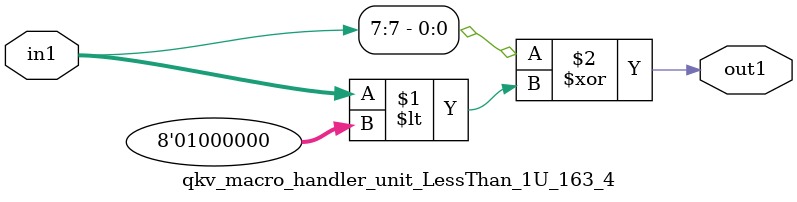
<source format=v>

`timescale 1ps / 1ps


module qkv_macro_handler_unit_LessThan_1U_163_4( in1, out1 );

    input [7:0] in1;
    output out1;

    
    // rtl_process:qkv_macro_handler_hub_LessThan_1U_94_4/qkv_macro_handler_hub_LessThan_1U_94_4_thread_1
    assign out1 = (in1[7] ^ in1 < 8'd064);

endmodule





</source>
